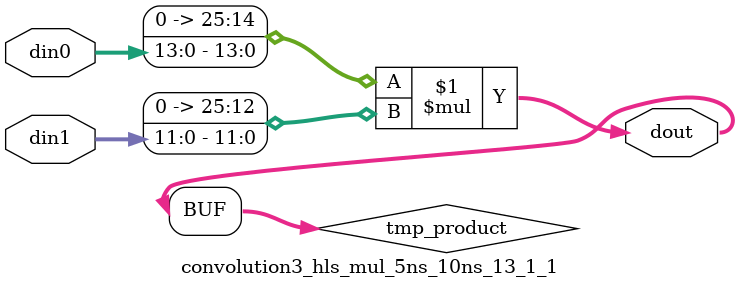
<source format=v>

`timescale 1 ns / 1 ps

  module convolution3_hls_mul_5ns_10ns_13_1_1(din0, din1, dout);
parameter ID = 1;
parameter NUM_STAGE = 0;
parameter din0_WIDTH = 14;
parameter din1_WIDTH = 12;
parameter dout_WIDTH = 26;

input [din0_WIDTH - 1 : 0] din0; 
input [din1_WIDTH - 1 : 0] din1; 
output [dout_WIDTH - 1 : 0] dout;

wire signed [dout_WIDTH - 1 : 0] tmp_product;










assign tmp_product = $signed({1'b0, din0}) * $signed({1'b0, din1});











assign dout = tmp_product;







endmodule

</source>
